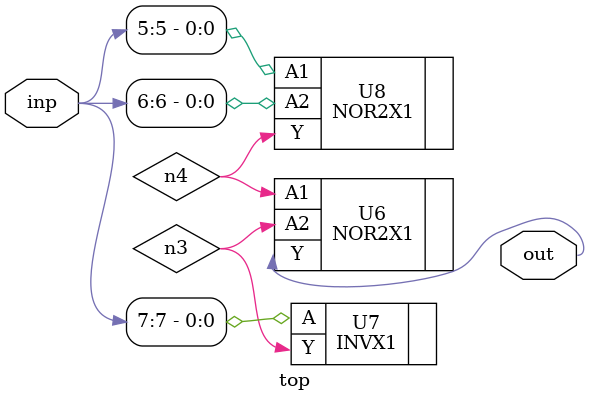
<source format=sv>


module top ( inp, out );
  input [7:0] inp;
  output out;
  wire   n3, n4;

  NOR2X1 U6 ( .A1(n4), .A2(n3), .Y(out) );
  INVX1 U7 ( .A(inp[7]), .Y(n3) );
  NOR2X1 U8 ( .A1(inp[5]), .A2(inp[6]), .Y(n4) );
endmodule


</source>
